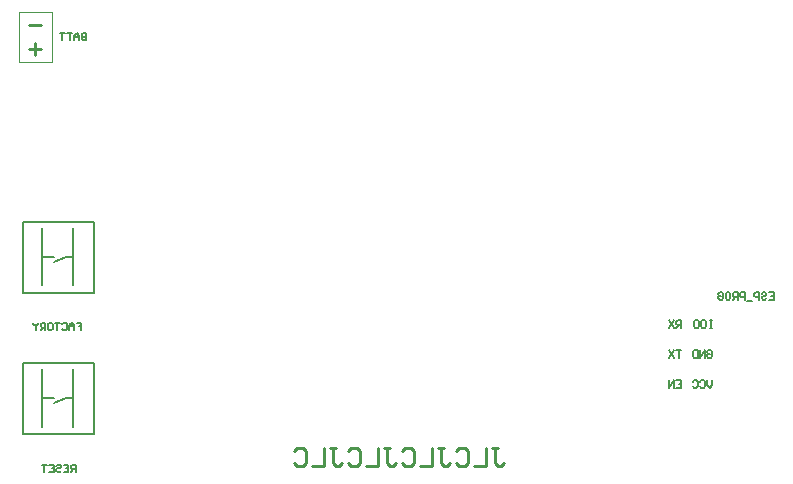
<source format=gbr>
%TF.GenerationSoftware,Altium Limited,Altium Designer,20.1.8 (145)*%
G04 Layer_Color=65535*
%FSLAX45Y45*%
%MOMM*%
%TF.SameCoordinates,5C14931A-3E48-49F5-90A4-00D45644C4A5*%
%TF.FilePolarity,Positive*%
%TF.FileFunction,Legend,Bot*%
%TF.Part,Single*%
G01*
G75*
%TA.AperFunction,NonConductor*%
%ADD38C,0.20320*%
%ADD39C,0.20000*%
%ADD40C,0.10160*%
%ADD41C,0.12700*%
%ADD42C,0.25400*%
D38*
X225073Y2545240D02*
X324781D01*
X426113D02*
X490073D01*
X225073Y2303679D02*
Y2793899D01*
X490073Y2303679D02*
Y2793899D01*
X60074Y2242440D02*
Y2842439D01*
X324781Y2502787D02*
X426113Y2545240D01*
X324781Y1306288D02*
X426113Y1348740D01*
X60074Y1045940D02*
Y1645940D01*
X490073Y1107180D02*
Y1597400D01*
X225073Y1107180D02*
Y1597400D01*
X426113Y1348740D02*
X490073D01*
X225073D02*
X324781D01*
D39*
X60074Y2842439D02*
X660073D01*
X60074Y2242440D02*
X660073D01*
Y2842439D01*
Y1045940D02*
Y1645940D01*
X60074Y1045940D02*
X660073D01*
X60074Y1645940D02*
X660073D01*
D40*
X309880Y4193540D02*
Y4620260D01*
X33020Y4193540D02*
X309880D01*
X33020D02*
Y4620260D01*
X309880D01*
D41*
X6376478Y2244074D02*
X6417105D01*
Y2183134D01*
X6376478D01*
X6417105Y2213604D02*
X6396792D01*
X6315538Y2233917D02*
X6325695Y2244074D01*
X6346008D01*
X6356165Y2233917D01*
Y2223760D01*
X6346008Y2213604D01*
X6325695D01*
X6315538Y2203447D01*
Y2193290D01*
X6325695Y2183134D01*
X6346008D01*
X6356165Y2193290D01*
X6295225Y2183134D02*
Y2244074D01*
X6264755D01*
X6254598Y2233917D01*
Y2213604D01*
X6264755Y2203447D01*
X6295225D01*
X6234284Y2172977D02*
X6193658D01*
X6173344Y2183134D02*
Y2244074D01*
X6142874D01*
X6132717Y2233917D01*
Y2213604D01*
X6142874Y2203447D01*
X6173344D01*
X6112404Y2183134D02*
Y2244074D01*
X6081934D01*
X6071777Y2233917D01*
Y2213604D01*
X6081934Y2203447D01*
X6112404D01*
X6092091D02*
X6071777Y2183134D01*
X6020994Y2244074D02*
X6041307D01*
X6051464Y2233917D01*
Y2193290D01*
X6041307Y2183134D01*
X6020994D01*
X6010837Y2193290D01*
Y2233917D01*
X6020994Y2244074D01*
X5949897Y2233917D02*
X5960054Y2244074D01*
X5980367D01*
X5990524Y2233917D01*
Y2193290D01*
X5980367Y2183134D01*
X5960054D01*
X5949897Y2193290D01*
Y2213604D01*
X5970210D01*
X508199Y726715D02*
Y787655D01*
X477729D01*
X467572Y777499D01*
Y757185D01*
X477729Y747028D01*
X508199D01*
X487885D02*
X467572Y726715D01*
X406632Y787655D02*
X447258D01*
Y726715D01*
X406632D01*
X447258Y757185D02*
X426945D01*
X345691Y777499D02*
X355848Y787655D01*
X376162D01*
X386318Y777499D01*
Y767342D01*
X376162Y757185D01*
X355848D01*
X345691Y747028D01*
Y736872D01*
X355848Y726715D01*
X376162D01*
X386318Y736872D01*
X284751Y787655D02*
X325378D01*
Y726715D01*
X284751D01*
X325378Y757185D02*
X305065D01*
X264438Y787655D02*
X223811D01*
X244124D01*
Y726715D01*
X516784Y1987835D02*
X557411D01*
Y1957365D01*
X537098D01*
X557411D01*
Y1926895D01*
X496471D02*
Y1967522D01*
X476158Y1987835D01*
X455844Y1967522D01*
Y1926895D01*
Y1957365D01*
X496471D01*
X394904Y1977679D02*
X405061Y1987835D01*
X425374D01*
X435531Y1977679D01*
Y1937052D01*
X425374Y1926895D01*
X405061D01*
X394904Y1937052D01*
X374591Y1987835D02*
X333964D01*
X354277D01*
Y1926895D01*
X283180Y1987835D02*
X303494D01*
X313650Y1977679D01*
Y1937052D01*
X303494Y1926895D01*
X283180D01*
X273024Y1937052D01*
Y1977679D01*
X283180Y1987835D01*
X252710Y1926895D02*
Y1987835D01*
X222240D01*
X212083Y1977679D01*
Y1957365D01*
X222240Y1947208D01*
X252710D01*
X232397D02*
X212083Y1926895D01*
X191770Y1987835D02*
Y1977679D01*
X171457Y1957365D01*
X151143Y1977679D01*
Y1987835D01*
X171457Y1957365D02*
Y1926895D01*
X5896537Y1500165D02*
Y1459539D01*
X5876224Y1439225D01*
X5855911Y1459539D01*
Y1500165D01*
X5794970Y1490009D02*
X5805127Y1500165D01*
X5825440D01*
X5835597Y1490009D01*
Y1449382D01*
X5825440Y1439225D01*
X5805127D01*
X5794970Y1449382D01*
X5734030Y1490009D02*
X5744187Y1500165D01*
X5764500D01*
X5774657Y1490009D01*
Y1449382D01*
X5764500Y1439225D01*
X5744187D01*
X5734030Y1449382D01*
X5594527Y1500165D02*
X5635154D01*
Y1439225D01*
X5594527D01*
X5635154Y1469695D02*
X5614840D01*
X5574214Y1439225D02*
Y1500165D01*
X5533587Y1439225D01*
Y1500165D01*
X5855911Y1744009D02*
X5866067Y1754165D01*
X5886381D01*
X5896537Y1744009D01*
Y1703382D01*
X5886381Y1693225D01*
X5866067D01*
X5855911Y1703382D01*
Y1723695D01*
X5876224D01*
X5835597Y1693225D02*
Y1754165D01*
X5794970Y1693225D01*
Y1754165D01*
X5774657D02*
Y1693225D01*
X5744187D01*
X5734030Y1703382D01*
Y1744009D01*
X5744187Y1754165D01*
X5774657D01*
X5896537Y2008165D02*
X5876224D01*
X5886381D01*
Y1947225D01*
X5896537D01*
X5876224D01*
X5815284Y2008165D02*
X5835597D01*
X5845754Y1998009D01*
Y1957382D01*
X5835597Y1947225D01*
X5815284D01*
X5805127Y1957382D01*
Y1998009D01*
X5815284Y2008165D01*
X5784814Y1998009D02*
X5774657Y2008165D01*
X5754344D01*
X5744187Y1998009D01*
Y1957382D01*
X5754344Y1947225D01*
X5774657D01*
X5784814Y1957382D01*
Y1998009D01*
X5635154Y1754165D02*
X5594527D01*
X5614840D01*
Y1693225D01*
X5574214Y1754165D02*
X5533587Y1693225D01*
Y1754165D02*
X5574214Y1693225D01*
X5635154Y1947225D02*
Y2008165D01*
X5604684D01*
X5594527Y1998009D01*
Y1977695D01*
X5604684Y1967539D01*
X5635154D01*
X5614840D02*
X5594527Y1947225D01*
X5574214Y2008165D02*
X5533587Y1947225D01*
Y2008165D02*
X5574214Y1947225D01*
X599787Y4440011D02*
Y4379070D01*
X569317D01*
X559160Y4389227D01*
Y4399384D01*
X569317Y4409541D01*
X599787D01*
X569317D01*
X559160Y4419697D01*
Y4429854D01*
X569317Y4440011D01*
X599787D01*
X538847Y4379070D02*
Y4419697D01*
X518533Y4440011D01*
X498220Y4419697D01*
Y4379070D01*
Y4409541D01*
X538847D01*
X477906Y4440011D02*
X437280D01*
X457593D01*
Y4379070D01*
X416966Y4440011D02*
X376339D01*
X396653D01*
Y4379070D01*
D42*
X4037145Y926175D02*
X4087929D01*
X4062537D01*
Y799217D01*
X4087929Y773825D01*
X4113321D01*
X4138713Y799217D01*
X3986362Y926175D02*
Y773825D01*
X3884795D01*
X3732444Y900784D02*
X3757836Y926175D01*
X3808619D01*
X3834011Y900784D01*
Y799217D01*
X3808619Y773825D01*
X3757836D01*
X3732444Y799217D01*
X3580093Y926175D02*
X3630877D01*
X3605485D01*
Y799217D01*
X3630877Y773825D01*
X3656269D01*
X3681660Y799217D01*
X3529310Y926175D02*
Y773825D01*
X3427742D01*
X3275392Y900784D02*
X3300784Y926175D01*
X3351567D01*
X3376959Y900784D01*
Y799217D01*
X3351567Y773825D01*
X3300784D01*
X3275392Y799217D01*
X3123041Y926175D02*
X3173825D01*
X3148433D01*
Y799217D01*
X3173825Y773825D01*
X3199216D01*
X3224608Y799217D01*
X3072258Y926175D02*
Y773825D01*
X2970690D01*
X2818340Y900784D02*
X2843731Y926175D01*
X2894515D01*
X2919907Y900784D01*
Y799217D01*
X2894515Y773825D01*
X2843731D01*
X2818340Y799217D01*
X2665989Y926175D02*
X2716773D01*
X2691381D01*
Y799217D01*
X2716773Y773825D01*
X2742164D01*
X2767556Y799217D01*
X2615205Y926175D02*
Y773825D01*
X2513638D01*
X2361287Y900784D02*
X2386679Y926175D01*
X2437463D01*
X2462855Y900784D01*
Y799217D01*
X2437463Y773825D01*
X2386679D01*
X2361287Y799217D01*
X115587Y4511040D02*
X217154D01*
X115587Y4307840D02*
X217154D01*
X166370Y4358623D02*
Y4257057D01*
%TF.MD5,764d2d957ba38d9dc4660cbfbefbe468*%
M02*

</source>
